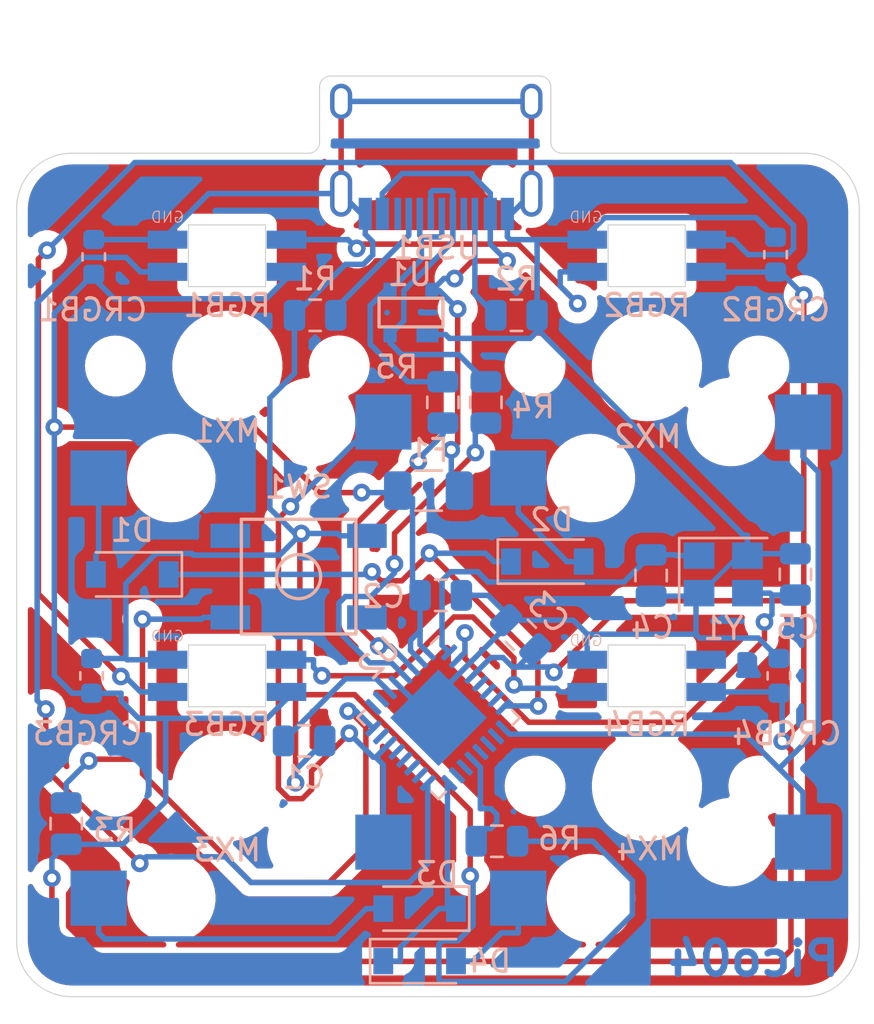
<source format=kicad_pcb>
(kicad_pcb (version 20200518) (host pcbnew "(5.99.0-1822-g1792479ca)")
  (layers (0 "F.Cu" signal) (31 "B.Cu" signal) (34 "B.Paste" user) (35 "F.Paste" user) (36 "B.SilkS" user) (37 "F.SilkS" user) (38 "B.Mask" user) (39 "F.Mask" user) (44 "Edge.Cuts" user))
  (net 0 "")
  (net 1 "GND")
  (net 2 "Net-(C1-Pad1)")
  (net 3 "+5V")
  (net 4 "XTAL1")
  (net 5 "XTAL2")
  (net 6 "Net-(D1-Pad2)")
  (net 7 "ROW0")
  (net 8 "Net-(D2-Pad2)")
  (net 9 "Net-(D3-Pad2)")
  (net 10 "ROW1")
  (net 11 "Net-(D4-Pad2)")
  (net 12 "VCC")
  (net 13 "COL0")
  (net 14 "COL1")
  (net 15 "Net-(R1-Pad2)")
  (net 16 "Net-(R2-Pad2)")
  (net 17 "Net-(R3-Pad2)")
  (net 18 "Net-(R4-Pad2)")
  (net 19 "D+")
  (net 20 "Net-(R5-Pad2)")
  (net 21 "D-")
  (net 22 "Net-(R6-Pad1)")
  (net 23 "Net-(RGB1-Pad2)")
  (net 24 "RGBLED")
  (net 25 "Net-(RGB2-Pad2)")
  (net 26 "Net-(RGB3-Pad2)")
  (net 27 "Net-(U2-Pad26)")
  (net 28 "Net-(U2-Pad23)")
  (net 29 "Net-(U2-Pad21)")
  (net 30 "Net-(U2-Pad20)")
  (net 31 "Net-(U2-Pad19)")
  (net 32 "Net-(U2-Pad18)")
  (net 33 "Net-(U2-Pad15)")
  (net 34 "Net-(U2-Pad14)")
  (net 35 "Net-(U2-Pad12)")
  (net 36 "Net-(U2-Pad11)")
  (net 37 "Net-(U2-Pad10)")
  (net 38 "Net-(U2-Pad7)")
  (net 39 "Net-(U2-Pad6)")
  (net 40 "Net-(U2-Pad5)")
  (net 41 "Net-(USB1-Pad3)")
  (net 42 "Net-(USB1-Pad9)")
  (net 43 "Net-(RGB4-Pad2)")
  (net 44 "Net-(U2-Pad25)")
  (module "Package_DFN_QFN:QFN-32-1EP_5x5mm_P0.5mm_EP3.1x3.1mm" (layer "B.Cu") (at 96.9 73.1 -135)
    (fp_text reference "U2" (at 0 3.82 45) (layer "B.SilkS") (effects (justify mirror)))
    (fp_text value "ATmega16U2-MU")
    (pad "33" smd rect (at 0 0 225) (size 3.1 3.1) (layers "B.Cu" "B.Mask") (net 1 "GND"))
    (pad "32" smd roundrect (at -1.75 2.4375 225) (size 0.25 0.875) (layers "B.Cu" "B.Paste" "B.Mask") (net 3 "+5V"))
    (pad "31" smd roundrect (at -1.25 2.4375 225) (size 0.25 0.875) (layers "B.Cu" "B.Paste" "B.Mask") (net 3 "+5V"))
    (pad "30" smd roundrect (at -0.75 2.4375 225) (size 0.25 0.875) (layers "B.Cu" "B.Paste" "B.Mask") (net 20 "Net-(R5-Pad2)"))
    (pad "29" smd roundrect (at -0.25 2.4375 225) (size 0.25 0.875) (layers "B.Cu" "B.Paste" "B.Mask") (net 18 "Net-(R4-Pad2)"))
    (pad "28" smd roundrect (at 0.25 2.4375 225) (size 0.25 0.875) (layers "B.Cu" "B.Paste" "B.Mask") (net 1 "GND"))
    (pad "27" smd roundrect (at 0.75 2.4375 225) (size 0.25 0.875) (layers "B.Cu" "B.Paste" "B.Mask") (net 2 "Net-(C1-Pad1)"))
    (pad "26" smd roundrect (at 1.25 2.4375 225) (size 0.25 0.875) (layers "B.Cu" "B.Paste" "B.Mask") (net 27 "Net-(U2-Pad26)"))
    (pad "25" smd roundrect (at 1.75 2.4375 225) (size 0.25 0.875) (layers "B.Cu" "B.Paste" "B.Mask") (net 44 "Net-(U2-Pad25)"))
    (pad "24" smd roundrect (at 2.4375 1.75 225) (size 0.875 0.25) (layers "B.Cu" "B.Paste" "B.Mask") (net 17 "Net-(R3-Pad2)"))
    (pad "23" smd roundrect (at 2.4375 1.25 225) (size 0.875 0.25) (layers "B.Cu" "B.Paste" "B.Mask") (net 28 "Net-(U2-Pad23)"))
    (pad "22" smd roundrect (at 2.4375 0.75 225) (size 0.875 0.25) (layers "B.Cu" "B.Paste" "B.Mask") (net 13 "COL0"))
    (pad "21" smd roundrect (at 2.4375 0.25 225) (size 0.875 0.25) (layers "B.Cu" "B.Paste" "B.Mask") (net 29 "Net-(U2-Pad21)"))
    (pad "20" smd roundrect (at 2.4375 -0.25 225) (size 0.875 0.25) (layers "B.Cu" "B.Paste" "B.Mask") (net 30 "Net-(U2-Pad20)"))
    (pad "19" smd roundrect (at 2.4375 -0.75 225) (size 0.875 0.25) (layers "B.Cu" "B.Paste" "B.Mask") (net 31 "Net-(U2-Pad19)"))
    (pad "18" smd roundrect (at 2.4375 -1.25 225) (size 0.875 0.25) (layers "B.Cu" "B.Paste" "B.Mask") (net 32 "Net-(U2-Pad18)"))
    (pad "17" smd roundrect (at 2.4375 -1.75 225) (size 0.875 0.25) (layers "B.Cu" "B.Paste" "B.Mask") (net 24 "RGBLED"))
    (pad "16" smd roundrect (at 1.75 -2.4375 225) (size 0.25 0.875) (layers "B.Cu" "B.Paste" "B.Mask") (net 10 "ROW1"))
    (pad "15" smd roundrect (at 1.25 -2.4375 225) (size 0.25 0.875) (layers "B.Cu" "B.Paste" "B.Mask") (net 33 "Net-(U2-Pad15)"))
    (pad "14" smd roundrect (at 0.75 -2.4375 225) (size 0.25 0.875) (layers "B.Cu" "B.Paste" "B.Mask") (net 34 "Net-(U2-Pad14)"))
    (pad "13" smd roundrect (at 0.25 -2.4375 225) (size 0.25 0.875) (layers "B.Cu" "B.Paste" "B.Mask") (net 22 "Net-(R6-Pad1)"))
    (pad "12" smd roundrect (at -0.25 -2.4375 225) (size 0.25 0.875) (layers "B.Cu" "B.Paste" "B.Mask") (net 35 "Net-(U2-Pad12)"))
    (pad "11" smd roundrect (at -0.75 -2.4375 225) (size 0.25 0.875) (layers "B.Cu" "B.Paste" "B.Mask") (net 36 "Net-(U2-Pad11)"))
    (pad "10" smd roundrect (at -1.25 -2.4375 225) (size 0.25 0.875) (layers "B.Cu" "B.Paste" "B.Mask") (net 37 "Net-(U2-Pad10)"))
    (pad "9" smd roundrect (at -1.75 -2.4375 225) (size 0.25 0.875) (layers "B.Cu" "B.Paste" "B.Mask") (net 14 "COL1"))
    (pad "8" smd roundrect (at -2.4375 -1.75 225) (size 0.875 0.25) (layers "B.Cu" "B.Paste" "B.Mask") (net 7 "ROW0"))
    (pad "7" smd roundrect (at -2.4375 -1.25 225) (size 0.875 0.25) (layers "B.Cu" "B.Paste" "B.Mask") (net 38 "Net-(U2-Pad7)"))
    (pad "6" smd roundrect (at -2.4375 -0.75 225) (size 0.875 0.25) (layers "B.Cu" "B.Paste" "B.Mask") (net 39 "Net-(U2-Pad6)"))
    (pad "5" smd roundrect (at -2.4375 -0.25 225) (size 0.875 0.25) (layers "B.Cu" "B.Paste" "B.Mask") (net 40 "Net-(U2-Pad5)"))
    (pad "4" smd roundrect (at -2.4375 0.25 225) (size 0.875 0.25) (layers "B.Cu" "B.Paste" "B.Mask") (net 3 "+5V"))
    (pad "3" smd roundrect (at -2.4375 0.75 225) (size 0.875 0.25) (layers "B.Cu" "B.Paste" "B.Mask") (net 1 "GND"))
    (pad "2" smd roundrect (at -2.4375 1.25 225) (size 0.875 0.25) (layers "B.Cu" "B.Paste" "B.Mask") (net 5 "XTAL2"))
    (pad "1" smd roundrect (at -2.4375 1.75 225) (size 0.875 0.25) (layers "B.Cu" "B.Paste" "B.Mask") (net 4 "XTAL1"))
  )
  (module "Pico04:Fuse_1206_3216Metric" (layer "B.Cu") (at 96.45 62.8 180)
    (fp_text reference "F1" (at 0 1.82) (layer "B.SilkS") (effects (justify mirror)))
    (fp_text value "500mA")
    (pad "2" smd roundrect (at 1.4 0 180) (size 1.25 1.75) (layers "B.Cu" "B.Paste" "B.Mask") (roundrect_rratio 0.2) (net 3 "+5V"))
    (pad "1" smd roundrect (at -1.4 0 180) (size 1.25 1.75) (layers "B.Cu" "B.Paste" "B.Mask") (roundrect_rratio 0.2) (net 12 "VCC"))
  )
  (module "Pico04:HRO-TYPE-C-31-M-12" (layer "B.Cu") (at 96.8 42.55)
    (fp_text reference "USB1" (at 0 9.25 180) (layer "B.SilkS") (effects (justify mirror)))
    (fp_text value "HRO-TYPE-C-31-M-12")
    (pad "12" smd rect (at 3.225 7.695) (size 0.6 1.45) (layers "B.Cu" "B.Paste" "B.Mask") (net 1 "GND"))
    (pad "1" smd rect (at -3.225 7.695) (size 0.6 1.45) (layers "B.Cu" "B.Paste" "B.Mask") (net 1 "GND"))
    (pad "11" smd rect (at 2.45 7.695) (size 0.6 1.45) (layers "B.Cu" "B.Paste" "B.Mask") (net 12 "VCC"))
    (pad "2" smd rect (at -2.45 7.695) (size 0.6 1.45) (layers "B.Cu" "B.Paste" "B.Mask") (net 12 "VCC"))
    (pad "3" smd rect (at -1.75 7.695) (size 0.3 1.45) (layers "B.Cu" "B.Paste" "B.Mask") (net 41 "Net-(USB1-Pad3)"))
    (pad "10" smd rect (at 1.75 7.695) (size 0.3 1.45) (layers "B.Cu" "B.Paste" "B.Mask") (net 16 "Net-(R2-Pad2)"))
    (pad "4" smd rect (at -1.25 7.695) (size 0.3 1.45) (layers "B.Cu" "B.Paste" "B.Mask") (net 15 "Net-(R1-Pad2)"))
    (pad "9" smd rect (at 1.25 7.695) (size 0.3 1.45) (layers "B.Cu" "B.Paste" "B.Mask") (net 42 "Net-(USB1-Pad9)"))
    (pad "5" smd rect (at -0.75 7.695) (size 0.3 1.45) (layers "B.Cu" "B.Paste" "B.Mask") (net 21 "D-"))
    (pad "8" smd rect (at 0.75 7.695) (size 0.3 1.45) (layers "B.Cu" "B.Paste" "B.Mask") (net 19 "D+"))
    (pad "7" smd rect (at 0.25 7.695) (size 0.3 1.45) (layers "B.Cu" "B.Paste" "B.Mask") (net 21 "D-"))
    (pad "6" smd rect (at -0.25 7.695) (size 0.3 1.45) (layers "B.Cu" "B.Paste" "B.Mask") (net 19 "D+"))
    (pad "" np_thru_hole circle (at 2.89 6.25) (size 0.65 0.65) (drill 0.65) (layers *.Cu *.Mask))
    (pad "" np_thru_hole circle (at -2.89 6.25) (size 0.65 0.65) (drill 0.65) (layers *.Cu *.Mask))
    (pad "13" thru_hole oval (at -4.32 6.78) (size 1 2.1) (drill oval 0.6 1.7) (layers *.Cu "F.Mask") (net 1 "GND"))
    (pad "13" thru_hole oval (at 4.32 6.78) (size 1 2.1) (drill oval 0.6 1.7) (layers *.Cu "F.Mask") (net 1 "GND"))
    (pad "13" thru_hole oval (at -4.32 2.6) (size 1 1.6) (drill oval 0.6 1.2) (layers *.Cu "F.Mask") (net 1 "GND"))
    (pad "13" thru_hole oval (at 4.32 2.6) (size 1 1.6) (drill oval 0.6 1.2) (layers *.Cu "F.Mask") (net 1 "GND"))
  )
  (module "Pico04:MXOnly-1U-Hotswap" (layer "F.Cu") (at 87.3125 76.2 180)
    (fp_text reference "MX3")
    (fp_text value "MX-NoLED")
    (fp_text user "${REFERENCE}" (at 0 -2.9) (layer "B.SilkS") (effects (justify mirror)))
    (pad "2" smd rect (at 5.842 -5.08 180) (size 2.55 2.5) (layers "B.Cu" "B.Paste" "B.Mask") (net 9 "Net-(D3-Pad2)"))
    (pad "1" smd rect (at -7.085 -2.54 180) (size 2.55 2.5) (layers "B.Cu" "B.Paste" "B.Mask") (net 13 "COL0"))
    (pad "" np_thru_hole circle (at 5.08 0 228.0996) (size 1.75 1.75) (drill 1.75) (layers *.Cu *.Mask))
    (pad "" np_thru_hole circle (at -5.08 0 228.0996) (size 1.75 1.75) (drill 1.75) (layers *.Cu *.Mask))
    (pad "" np_thru_hole circle (at -3.81 -2.54 180) (size 3 3) (drill 3) (layers *.Cu *.Mask))
    (pad "" np_thru_hole circle (at 0 0 180) (size 3.9878 3.9878) (drill 3.9878) (layers *.Cu *.Mask))
    (pad "" np_thru_hole circle (at 2.54 -5.08 180) (size 3 3) (drill 3) (layers *.Cu *.Mask))
  )
  (module "Pico04:MXOnly-1U-Hotswap" (layer "F.Cu") (at 106.362 57.15 180)
    (fp_text reference "MX2")
    (fp_text value "MX-NoLED")
    (fp_text user "${REFERENCE}" (at -0.0375 -3.2) (layer "B.SilkS") (effects (justify mirror)))
    (pad "2" smd rect (at 5.842 -5.08 180) (size 2.55 2.5) (layers "B.Cu" "B.Paste" "B.Mask") (net 8 "Net-(D2-Pad2)"))
    (pad "1" smd rect (at -7.085 -2.54 180) (size 2.55 2.5) (layers "B.Cu" "B.Paste" "B.Mask") (net 14 "COL1"))
    (pad "" np_thru_hole circle (at 5.08 0 228.0996) (size 1.75 1.75) (drill 1.75) (layers *.Cu *.Mask))
    (pad "" np_thru_hole circle (at -5.08 0 228.0996) (size 1.75 1.75) (drill 1.75) (layers *.Cu *.Mask))
    (pad "" np_thru_hole circle (at -3.81 -2.54 180) (size 3 3) (drill 3) (layers *.Cu *.Mask))
    (pad "" np_thru_hole circle (at 0 0 180) (size 3.9878 3.9878) (drill 3.9878) (layers *.Cu *.Mask))
    (pad "" np_thru_hole circle (at 2.54 -5.08 180) (size 3 3) (drill 3) (layers *.Cu *.Mask))
  )
  (module "Capacitor_SMD:C_0603_1608Metric" (layer "B.Cu") (at 81.15 71.2 90)
    (fp_text reference "CRGB3" (at -2.61875 -0.1875 180) (layer "B.SilkS") (effects (justify mirror)))
    (fp_text value "0.1uF")
    (pad "2" smd roundrect (at 0.7875 0 90) (size 0.875 0.95) (layers "B.Cu" "B.Paste" "B.Mask") (net 1 "GND"))
    (pad "1" smd roundrect (at -0.7875 0 90) (size 0.875 0.95) (layers "B.Cu" "B.Paste" "B.Mask") (net 3 "+5V"))
  )
  (module "Pico04:MXOnly-1U-Hotswap" (layer "F.Cu") (at 106.362 76.2 180)
    (fp_text reference "MX4")
    (fp_text value "MX-NoLED")
    (fp_text user "${REFERENCE}" (at -0.1375 -2.85) (layer "B.SilkS") (effects (justify mirror)))
    (pad "2" smd rect (at 5.842 -5.08 180) (size 2.55 2.5) (layers "B.Cu" "B.Paste" "B.Mask") (net 11 "Net-(D4-Pad2)"))
    (pad "1" smd rect (at -7.085 -2.54 180) (size 2.55 2.5) (layers "B.Cu" "B.Paste" "B.Mask") (net 14 "COL1"))
    (pad "" np_thru_hole circle (at 5.08 0 228.0996) (size 1.75 1.75) (drill 1.75) (layers *.Cu *.Mask))
    (pad "" np_thru_hole circle (at -5.08 0 228.0996) (size 1.75 1.75) (drill 1.75) (layers *.Cu *.Mask))
    (pad "" np_thru_hole circle (at -3.81 -2.54 180) (size 3 3) (drill 3) (layers *.Cu *.Mask))
    (pad "" np_thru_hole circle (at 0 0 180) (size 3.9878 3.9878) (drill 3.9878) (layers *.Cu *.Mask))
    (pad "" np_thru_hole circle (at 2.54 -5.08 180) (size 3 3) (drill 3) (layers *.Cu *.Mask))
  )
  (module "Pico04:WS2812B-3528" (layer "B.Cu") (at 106.35 52.15)
    (fp_text reference "RGB2" (at 0 2.25 unlocked) (layer "B.SilkS") (effects (justify mirror)))
    (fp_text value "WS2812B")
    (fp_text user "GND" (at -2.75 -1.75 unlocked) (layer "B.SilkS") (effects (font (size 0.5 0.5) (thickness 0.05)) (justify mirror)))
    (pad "1" smd rect (at 2.7 0.73) (size 1.8 0.82) (layers "B.Cu" "B.Paste" "B.Mask") (net 3 "+5V"))
    (pad "2" smd rect (at 2.7 -0.73) (size 1.8 0.82) (layers "B.Cu" "B.Paste" "B.Mask") (net 25 "Net-(RGB2-Pad2)"))
    (pad "3" smd rect (at -2.7 -0.73) (size 1.8 0.82) (layers "B.Cu" "B.Paste" "B.Mask") (net 1 "GND"))
    (pad "4" smd rect (at -2.7 0.73) (size 1.8 0.82) (layers "B.Cu" "B.Paste" "B.Mask") (net 23 "Net-(RGB1-Pad2)"))
  )
  (module "Pico04:WS2812B-3528" (layer "B.Cu") (at 87.3 52.15)
    (fp_text reference "RGB1" (at 0 2.25 unlocked) (layer "B.SilkS") (effects (justify mirror)))
    (fp_text value "WS2812B")
    (fp_text user "GND" (at -2.7 -1.75 unlocked) (layer "B.SilkS") (effects (font (size 0.5 0.5) (thickness 0.05)) (justify mirror)))
    (pad "1" smd rect (at 2.7 0.73) (size 1.8 0.82) (layers "B.Cu" "B.Paste" "B.Mask") (net 3 "+5V"))
    (pad "2" smd rect (at 2.7 -0.73) (size 1.8 0.82) (layers "B.Cu" "B.Paste" "B.Mask") (net 23 "Net-(RGB1-Pad2)"))
    (pad "3" smd rect (at -2.7 -0.73) (size 1.8 0.82) (layers "B.Cu" "B.Paste" "B.Mask") (net 1 "GND"))
    (pad "4" smd rect (at -2.7 0.73) (size 1.8 0.82) (layers "B.Cu" "B.Paste" "B.Mask") (net 24 "RGBLED"))
  )
  (module "Pico04:WS2812B-3528" (layer "B.Cu") (at 106.35 71.2)
    (fp_text reference "RGB4" (at 0 2.2 unlocked) (layer "B.SilkS") (effects (justify mirror)))
    (fp_text value "WS2812B")
    (fp_text user "GND" (at -2.75 -1.6 unlocked) (layer "B.SilkS") (effects (font (size 0.5 0.5) (thickness 0.05)) (justify mirror)))
    (pad "1" smd rect (at 2.7 0.73) (size 1.8 0.82) (layers "B.Cu" "B.Paste" "B.Mask") (net 3 "+5V"))
    (pad "2" smd rect (at 2.7 -0.73) (size 1.8 0.82) (layers "B.Cu" "B.Paste" "B.Mask") (net 43 "Net-(RGB4-Pad2)"))
    (pad "3" smd rect (at -2.7 -0.73) (size 1.8 0.82) (layers "B.Cu" "B.Paste" "B.Mask") (net 1 "GND"))
    (pad "4" smd rect (at -2.7 0.73) (size 1.8 0.82) (layers "B.Cu" "B.Paste" "B.Mask") (net 26 "Net-(RGB3-Pad2)"))
  )
  (module "Pico04:WS2812B-3528" (layer "B.Cu") (at 87.3 71.2)
    (fp_text reference "RGB3" (at 0 2.2 unlocked) (layer "B.SilkS") (effects (justify mirror)))
    (fp_text value "WS2812B")
    (fp_text user "GND" (at -2.7 -1.8 unlocked) (layer "B.SilkS") (effects (font (size 0.5 0.5) (thickness 0.05)) (justify mirror)))
    (pad "1" smd rect (at 2.7 0.73) (size 1.8 0.82) (layers "B.Cu" "B.Paste" "B.Mask") (net 3 "+5V"))
    (pad "2" smd rect (at 2.7 -0.73) (size 1.8 0.82) (layers "B.Cu" "B.Paste" "B.Mask") (net 26 "Net-(RGB3-Pad2)"))
    (pad "3" smd rect (at -2.7 -0.73) (size 1.8 0.82) (layers "B.Cu" "B.Paste" "B.Mask") (net 1 "GND"))
    (pad "4" smd rect (at -2.7 0.73) (size 1.8 0.82) (layers "B.Cu" "B.Paste" "B.Mask") (net 25 "Net-(RGB2-Pad2)"))
  )
  (module "Crystal:Crystal_SMD_3225-4Pin_3.2x2.5mm" (layer "B.Cu") (at 109.825 66.6)
    (fp_text reference "Y1" (at 0 2.45) (layer "B.SilkS") (effects (justify mirror)))
    (fp_text value "16MHz")
    (pad "4" smd rect (at -1.1 0.85) (size 1.4 1.2) (layers "B.Cu" "B.Paste" "B.Mask") (net 1 "GND"))
    (pad "3" smd rect (at 1.1 0.85) (size 1.4 1.2) (layers "B.Cu" "B.Paste" "B.Mask") (net 5 "XTAL2"))
    (pad "2" smd rect (at 1.1 -0.85) (size 1.4 1.2) (layers "B.Cu" "B.Paste" "B.Mask") (net 1 "GND"))
    (pad "1" smd rect (at -1.1 -0.85) (size 1.4 1.2) (layers "B.Cu" "B.Paste" "B.Mask") (net 4 "XTAL1"))
  )
  (module "random-keyboard-parts.pretty:SOT143B" (layer "B.Cu") (at 95.65 54.725 90)
    (fp_text reference "U1" (at 1.725 -0.05 180) (layer "B.SilkS") (effects (justify mirror)))
    (fp_text value "PRTR5V0U2X")
    (pad "1" smd rect (at -1 0.75 180) (size 1 0.7) (layers "B.Cu" "B.Paste" "B.Mask") (net 1 "GND"))
    (pad "4" smd rect (at 1 0.95 180) (size 0.6 0.7) (layers "B.Cu" "B.Paste" "B.Mask") (net 12 "VCC"))
    (pad "2" smd rect (at -1 -0.95 180) (size 0.6 0.7) (layers "B.Cu" "B.Paste" "B.Mask") (net 19 "D+"))
    (pad "3" smd rect (at 1 -0.95 180) (size 0.6 0.7) (layers "B.Cu" "B.Paste" "B.Mask") (net 21 "D-"))
  )
  (module "random-keyboard-parts.pretty:SKQGADE010" (layer "B.Cu") (at 90.55 66.7)
    (fp_text reference "SW1" (at 0 -4.064) (layer "B.SilkS") (effects (justify mirror)))
    (fp_text value "SW_Push")
    (pad "4" smd rect (at -3.1 -1.85) (size 1.8 1.1) (layers "B.Cu" "B.Paste" "B.Mask"))
    (pad "3" smd rect (at 3.1 1.85) (size 1.8 1.1) (layers "B.Cu" "B.Paste" "B.Mask"))
    (pad "2" smd rect (at -3.1 1.85) (size 1.8 1.1) (layers "B.Cu" "B.Paste" "B.Mask") (net 17 "Net-(R3-Pad2)"))
    (pad "1" smd rect (at 3.1 -1.85) (size 1.8 1.1) (layers "B.Cu" "B.Paste" "B.Mask") (net 1 "GND"))
  )
  (module "Resistor_SMD:R_0805_2012Metric" (layer "B.Cu") (at 99.55 78.7)
    (fp_text reference "R6" (at 2.84375 -0.11875) (layer "B.SilkS") (effects (justify mirror)))
    (fp_text value "10k")
    (pad "2" smd roundrect (at 0.9375 0) (size 0.975 1.4) (layers "B.Cu" "B.Paste" "B.Mask") (net 1 "GND"))
    (pad "1" smd roundrect (at -0.9375 0) (size 0.975 1.4) (layers "B.Cu" "B.Paste" "B.Mask") (net 22 "Net-(R6-Pad1)"))
  )
  (module "Resistor_SMD:R_0805_2012Metric" (layer "B.Cu") (at 97.1 58.8 -90)
    (fp_text reference "R5" (at -1.6 2.1 180) (layer "B.SilkS") (effects (justify mirror)))
    (fp_text value "22")
    (pad "2" smd roundrect (at 0.9375 0 270) (size 0.975 1.4) (layers "B.Cu" "B.Paste" "B.Mask") (net 20 "Net-(R5-Pad2)"))
    (pad "1" smd roundrect (at -0.9375 0 270) (size 0.975 1.4) (layers "B.Cu" "B.Paste" "B.Mask") (net 21 "D-"))
  )
  (module "Resistor_SMD:R_0805_2012Metric" (layer "B.Cu") (at 99.05 58.8 -90)
    (fp_text reference "R4" (at 0.2 -2.15 180) (layer "B.SilkS") (effects (justify mirror)))
    (fp_text value "22")
    (pad "2" smd roundrect (at 0.9375 0 270) (size 0.975 1.4) (layers "B.Cu" "B.Paste" "B.Mask") (net 18 "Net-(R4-Pad2)"))
    (pad "1" smd roundrect (at -0.9375 0 270) (size 0.975 1.4) (layers "B.Cu" "B.Paste" "B.Mask") (net 19 "D+"))
  )
  (module "Resistor_SMD:R_0805_2012Metric" (layer "B.Cu") (at 80 77.9 90)
    (fp_text reference "R3" (at -0.3 2.2 180) (layer "B.SilkS") (effects (justify mirror)))
    (fp_text value "10k")
    (pad "2" smd roundrect (at 0.9375 0 90) (size 0.975 1.4) (layers "B.Cu" "B.Paste" "B.Mask") (net 17 "Net-(R3-Pad2)"))
    (pad "1" smd roundrect (at -0.9375 0 90) (size 0.975 1.4) (layers "B.Cu" "B.Paste" "B.Mask") (net 3 "+5V"))
  )
  (module "Resistor_SMD:R_0805_2012Metric" (layer "B.Cu") (at 100.438 54.85 180)
    (fp_text reference "R2" (at 0 1.65) (layer "B.SilkS") (effects (justify mirror)))
    (fp_text value "51k")
    (pad "2" smd roundrect (at 0.9375 0 180) (size 0.975 1.4) (layers "B.Cu" "B.Paste" "B.Mask") (net 16 "Net-(R2-Pad2)"))
    (pad "1" smd roundrect (at -0.9375 0 180) (size 0.975 1.4) (layers "B.Cu" "B.Paste" "B.Mask") (net 1 "GND"))
  )
  (module "Resistor_SMD:R_0805_2012Metric" (layer "B.Cu") (at 91.3 54.85)
    (fp_text reference "R1" (at 0 -1.65) (layer "B.SilkS") (effects (justify mirror)))
    (fp_text value "51k")
    (pad "2" smd roundrect (at 0.9375 0) (size 0.975 1.4) (layers "B.Cu" "B.Paste" "B.Mask") (net 15 "Net-(R1-Pad2)"))
    (pad "1" smd roundrect (at -0.9375 0) (size 0.975 1.4) (layers "B.Cu" "B.Paste" "B.Mask") (net 1 "GND"))
  )
  (module "Pico04:MXOnly-1U-Hotswap" (layer "F.Cu") (at 87.3125 57.15 180)
    (fp_text reference "MX1")
    (fp_text value "MX-NoLED")
    (fp_text user "${REFERENCE}" (at 0.0125 -2.95) (layer "B.SilkS") (effects (justify mirror)))
    (pad "2" smd rect (at 5.842 -5.08 180) (size 2.55 2.5) (layers "B.Cu" "B.Paste" "B.Mask") (net 6 "Net-(D1-Pad2)"))
    (pad "1" smd rect (at -7.085 -2.54 180) (size 2.55 2.5) (layers "B.Cu" "B.Paste" "B.Mask") (net 13 "COL0"))
    (pad "" np_thru_hole circle (at 5.08 0 228.0996) (size 1.75 1.75) (drill 1.75) (layers *.Cu *.Mask))
    (pad "" np_thru_hole circle (at -5.08 0 228.0996) (size 1.75 1.75) (drill 1.75) (layers *.Cu *.Mask))
    (pad "" np_thru_hole circle (at -3.81 -2.54 180) (size 3 3) (drill 3) (layers *.Cu *.Mask))
    (pad "" np_thru_hole circle (at 0 0 180) (size 3.9878 3.9878) (drill 3.9878) (layers *.Cu *.Mask))
    (pad "" np_thru_hole circle (at 2.54 -5.08 180) (size 3 3) (drill 3) (layers *.Cu *.Mask))
  )
  (module "Diode_SMD:D_SOD-123" (layer "B.Cu") (at 101.84 66.02)
    (fp_text reference "D2" (at 0.2 -1.9) (layer "B.SilkS") (effects (justify mirror)))
    (fp_text value "SOD-123")
    (pad "2" smd rect (at 1.65 0) (size 0.9 1.2) (layers "B.Cu" "B.Paste" "B.Mask") (net 8 "Net-(D2-Pad2)"))
    (pad "1" smd rect (at -1.65 0) (size 0.9 1.2) (layers "B.Cu" "B.Paste" "B.Mask") (net 7 "ROW0"))
  )
  (module "Diode_SMD:D_SOD-123" (layer "B.Cu") (at 83 66.6 180)
    (fp_text reference "D1" (at 0 2) (layer "B.SilkS") (effects (justify mirror)))
    (fp_text value "SOD-123")
    (pad "2" smd rect (at 1.65 0 180) (size 0.9 1.2) (layers "B.Cu" "B.Paste" "B.Mask") (net 6 "Net-(D1-Pad2)"))
    (pad "1" smd rect (at -1.65 0 180) (size 0.9 1.2) (layers "B.Cu" "B.Paste" "B.Mask") (net 7 "ROW0"))
  )
  (module "Diode_SMD:D_SOD-123" (layer "B.Cu") (at 96.0438 84.1375)
    (fp_text reference "D4" (at 3.175 0) (layer "B.SilkS") (effects (justify mirror)))
    (fp_text value "SOD-123")
    (pad "2" smd rect (at 1.65 0) (size 0.9 1.2) (layers "B.Cu" "B.Paste" "B.Mask") (net 11 "Net-(D4-Pad2)"))
    (pad "1" smd rect (at -1.65 0) (size 0.9 1.2) (layers "B.Cu" "B.Paste" "B.Mask") (net 10 "ROW1"))
  )
  (module "Diode_SMD:D_SOD-123" (layer "B.Cu") (at 96.0438 81.7562 180)
    (fp_text reference "D3" (at -0.79375 1.5875) (layer "B.SilkS") (effects (justify mirror)))
    (fp_text value "SOD-123")
    (pad "2" smd rect (at 1.65 0 180) (size 0.9 1.2) (layers "B.Cu" "B.Paste" "B.Mask") (net 9 "Net-(D3-Pad2)"))
    (pad "1" smd rect (at -1.65 0 180) (size 0.9 1.2) (layers "B.Cu" "B.Paste" "B.Mask") (net 10 "ROW1"))
  )
  (module "Capacitor_SMD:C_0603_1608Metric" (layer "B.Cu") (at 112.35 71.2 90)
    (fp_text reference "CRGB4" (at -2.61875 0.3625 180) (layer "B.SilkS") (effects (justify mirror)))
    (fp_text value "0.1uF")
    (pad "2" smd roundrect (at 0.7875 0 90) (size 0.875 0.95) (layers "B.Cu" "B.Paste" "B.Mask") (net 1 "GND"))
    (pad "1" smd roundrect (at -0.7875 0 90) (size 0.875 0.95) (layers "B.Cu" "B.Paste" "B.Mask") (net 3 "+5V"))
  )
  (module "Capacitor_SMD:C_0603_1608Metric" (layer "B.Cu") (at 81.25 52.2 90)
    (fp_text reference "CRGB1" (at -2.4 -0.05 180) (layer "B.SilkS") (effects (justify mirror)))
    (fp_text value "0.1uF")
    (pad "2" smd roundrect (at 0.7875 0 90) (size 0.875 0.95) (layers "B.Cu" "B.Paste" "B.Mask") (net 1 "GND"))
    (pad "1" smd roundrect (at -0.7875 0 90) (size 0.875 0.95) (layers "B.Cu" "B.Paste" "B.Mask") (net 3 "+5V"))
  )
  (module "Capacitor_SMD:C_0603_1608Metric" (layer "B.Cu") (at 112.2 52.1 90)
    (fp_text reference "CRGB2" (at -2.5 0 180) (layer "B.SilkS") (effects (justify mirror)))
    (fp_text value "0.1uF")
    (pad "2" smd roundrect (at 0.7875 0 90) (size 0.875 0.95) (layers "B.Cu" "B.Paste" "B.Mask") (net 1 "GND"))
    (pad "1" smd roundrect (at -0.7875 0 90) (size 0.875 0.95) (layers "B.Cu" "B.Paste" "B.Mask") (net 3 "+5V"))
  )
  (module "Capacitor_SMD:C_0805_2012Metric" (layer "B.Cu") (at 113.1 66.6 -90)
    (fp_text reference "C5" (at 2.4 -0.1 180) (layer "B.SilkS") (effects (justify mirror)))
    (fp_text value "22pF")
    (pad "2" smd roundrect (at 0.9375 0 270) (size 0.975 1.4) (layers "B.Cu" "B.Paste" "B.Mask") (net 5 "XTAL2"))
    (pad "1" smd roundrect (at -0.9375 0 270) (size 0.975 1.4) (layers "B.Cu" "B.Paste" "B.Mask") (net 1 "GND"))
  )
  (module "Capacitor_SMD:C_0805_2012Metric" (layer "B.Cu") (at 106.55 66.65 -90)
    (fp_text reference "C4" (at 2.35 -0.05 180) (layer "B.SilkS") (effects (justify mirror)))
    (fp_text value "22pF")
    (pad "2" smd roundrect (at 0.9375 0 270) (size 0.975 1.4) (layers "B.Cu" "B.Paste" "B.Mask") (net 1 "GND"))
    (pad "1" smd roundrect (at -0.9375 0 270) (size 0.975 1.4) (layers "B.Cu" "B.Paste" "B.Mask") (net 4 "XTAL1"))
  )
  (module "Capacitor_SMD:C_0805_2012Metric" (layer "B.Cu") (at 100.637 69.3371 135)
    (fp_text reference "C3" (at -0.176777 1.59099 135) (layer "B.SilkS") (effects (justify mirror)))
    (fp_text value "0.1uF")
    (pad "2" smd roundrect (at 0.9375 0 135) (size 0.975 1.4) (layers "B.Cu" "B.Paste" "B.Mask") (net 1 "GND"))
    (pad "1" smd roundrect (at -0.9375 0 135) (size 0.975 1.4) (layers "B.Cu" "B.Paste" "B.Mask") (net 3 "+5V"))
  )
  (module "Capacitor_SMD:C_0805_2012Metric" (layer "B.Cu") (at 97 67.55)
    (fp_text reference "C2" (at -2.6 0.05) (layer "B.SilkS") (effects (justify mirror)))
    (fp_text value "10uF")
    (pad "2" smd roundrect (at 0.9375 0) (size 0.975 1.4) (layers "B.Cu" "B.Paste" "B.Mask") (net 1 "GND"))
    (pad "1" smd roundrect (at -0.9375 0) (size 0.975 1.4) (layers "B.Cu" "B.Paste" "B.Mask") (net 3 "+5V"))
  )
  (module "Capacitor_SMD:C_0805_2012Metric" (layer "B.Cu") (at 90.8 74.15)
    (fp_text reference "C1" (at 0 1.65) (layer "B.SilkS") (effects (justify mirror)))
    (fp_text value "1pf")
    (pad "2" smd roundrect (at 0.9375 0) (size 0.975 1.4) (layers "B.Cu" "B.Paste" "B.Mask") (net 1 "GND"))
    (pad "1" smd roundrect (at -0.9375 0) (size 0.975 1.4) (layers "B.Cu" "B.Paste" "B.Mask") (net 2 "Net-(C1-Pad1)"))
  )
  (gr_text "Pico04" (at 111.2 84.03) (layer "B.Cu") (effects (font (size 1.5 1.5) (thickness 0.3)) (justify mirror)))
  (gr_line (start 85.55 72.6) (end 85.55 69.8) (layer "Edge.Cuts") (width 0.05))
  (gr_line (start 89.05 72.6) (end 85.55 72.6) (layer "Edge.Cuts") (width 0.05))
  (gr_line (start 89.05 69.8) (end 89.05 72.6) (layer "Edge.Cuts") (width 0.05))
  (gr_line (start 85.55 69.8) (end 89.05 69.8) (layer "Edge.Cuts") (width 0.05))
  (gr_line (start 104.6 69.8) (end 104.6 72.6) (layer "Edge.Cuts") (width 0.05))
  (gr_line (start 108.1 72.6) (end 104.6 72.6) (layer "Edge.Cuts") (width 0.05))
  (gr_line (start 108.1 69.8) (end 108.1 72.6) (layer "Edge.Cuts") (width 0.05))
  (gr_line (start 104.6 69.8) (end 108.1 69.8) (layer "Edge.Cuts") (width 0.05))
  (gr_line (start 104.6 53.55) (end 104.6 50.75) (layer "Edge.Cuts") (width 0.05))
  (gr_line (start 108.1 53.55) (end 104.6 53.55) (layer "Edge.Cuts") (width 0.05))
  (gr_line (start 108.1 50.75) (end 108.1 53.55) (layer "Edge.Cuts") (width 0.05))
  (gr_line (start 104.6 50.75) (end 108.1 50.75) (layer "Edge.Cuts") (width 0.05))
  (gr_line (start 85.55 53.55) (end 85.55 50.75) (layer "Edge.Cuts") (width 0.05))
  (gr_line (start 89.05 53.55) (end 85.55 53.55) (layer "Edge.Cuts") (width 0.05))
  (gr_line (start 89.05 50.75) (end 89.05 53.55) (layer "Edge.Cuts") (width 0.05))
  (gr_line (start 85.55 50.75) (end 89.05 50.75) (layer "Edge.Cuts") (width 0.05))
  (gr_line (start 102.5 47.5) (end 113.5 47.5) (layer "Edge.Cuts") (width 0.05))
  (gr_line (start 102 44.5) (end 102 47) (layer "Edge.Cuts") (width 0.05))
  (gr_line (start 92 44) (end 101.5 44) (layer "Edge.Cuts") (width 0.05))
  (gr_line (start 91.5 47) (end 91.5 44.5) (layer "Edge.Cuts") (width 0.05))
  (gr_line (start 80.25 47.5) (end 91 47.5) (layer "Edge.Cuts") (width 0.05))
  (gr_arc (start 102.5 47) (end 102 47) (angle -90) (layer "Edge.Cuts") (width 0.05))
  (gr_arc (start 91 47) (end 91 47.5) (angle -90) (layer "Edge.Cuts") (width 0.05))
  (gr_arc (start 92 44.5) (end 92 44) (angle -90) (layer "Edge.Cuts") (width 0.05))
  (gr_arc (start 101.5 44.5) (end 102 44.5) (angle -90) (layer "Edge.Cuts") (width 0.05))
  (gr_line (start 116 83.25) (end 116 50) (layer "Edge.Cuts") (width 0.05))
  (gr_line (start 80.25 85.75) (end 113.5 85.75) (layer "Edge.Cuts") (width 0.05))
  (gr_line (start 77.75 50) (end 77.75 83.25) (layer "Edge.Cuts") (width 0.05))
  (gr_arc (start 80.25 83.25) (end 77.75 83.25) (angle -90) (layer "Edge.Cuts") (width 0.05))
  (gr_arc (start 80.25 50) (end 80.25 47.5) (angle -90) (layer "Edge.Cuts") (width 0.05))
  (gr_arc (start 113.5 83.25) (end 113.5 85.75) (angle -90) (layer "Edge.Cuts") (width 0.05))
  (gr_arc (start 113.5 50) (end 116 50) (angle -90) (layer "Edge.Cuts") (width 0.05))
  (segment (start 94.7608 70.6073) (end 94.760853 70.6073) (width 0.25) (layer "B.Cu") (net 18))
  (segment (start 94.760853 70.6073) (end 95.353204 71.199651) (width 0.25) (layer "B.Cu") (net 18))
  (segment (start 96.9 73.1) (end 96.546447 73.1) (width 0.25) (layer "B.Cu") (net 1))
  (segment (start 96.546447 73.1) (end 94.999651 71.553204) (width 0.25) (layer "B.Cu") (net 1))
  (via (at 91.607 71.1942) (size 0.8) (layers "F.Cu" "B.Cu") (net 26))
  (via (at 100.3211 71.605) (size 0.8) (layers "F.Cu" "B.Cu") (net 26))
  (segment (start 91.2253 70.8125) (end 91.607 71.1942) (width 0.25) (layer "B.Cu") (net 26))
  (segment (start 91.2253 70.47) (end 91.2253 70.8125) (width 0.25) (layer "B.Cu") (net 26))
  (segment (start 100.3211 70.3949) (end 100.3211 71.605) (width 0.25) (layer "F.Cu") (net 26))
  (segment (start 98.4586 68.5324) (end 100.3211 70.3949) (width 0.25) (layer "F.Cu") (net 26))
  (segment (start 97.5984 68.5324) (end 98.4586 68.5324) (width 0.25) (layer "F.Cu") (net 26))
  (segment (start 94.9366 71.1942) (end 97.5984 68.5324) (width 0.25) (layer "F.Cu") (net 26))
  (segment (start 91.607 71.1942) (end 94.9366 71.1942) (width 0.25) (layer "F.Cu") (net 26))
  (segment (start 103.65 71.93) (end 102.4247 71.93) (width 0.25) (layer "B.Cu") (net 26))
  (segment (start 90 70.47) (end 91.2253 70.47) (width 0.25) (layer "B.Cu") (net 26))
  (segment (start 102.2576 71.7629) (end 102.4247 71.93) (width 0.25) (layer "B.Cu") (net 26))
  (segment (start 100.479 71.7629) (end 102.2576 71.7629) (width 0.25) (layer "B.Cu") (net 26))
  (segment (start 100.3211 71.605) (end 100.479 71.7629) (width 0.25) (layer "B.Cu") (net 26))
  (via (at 79.1316 51.9011) (size 0.8) (layers "F.Cu" "B.Cu") (net 25))
  (via (at 82.4812 71.2288) (size 0.8) (layers "F.Cu" "B.Cu") (net 25))
  (segment (start 83.1121 47.9206) (end 79.1316 51.9011) (width 0.25) (layer "B.Cu") (net 25))
  (segment (start 110.1556 47.9206) (end 83.1121 47.9206) (width 0.25) (layer "B.Cu") (net 25))
  (segment (start 113.013 50.778) (end 110.1556 47.9206) (width 0.25) (layer "B.Cu") (net 25))
  (segment (start 113.013 51.8139) (end 113.013 50.778) (width 0.25) (layer "B.Cu") (net 25))
  (segment (start 112.7269 52.1) (end 113.013 51.8139) (width 0.25) (layer "B.Cu") (net 25))
  (segment (start 110.9553 52.1) (end 112.7269 52.1) (width 0.25) (layer "B.Cu") (net 25))
  (segment (start 110.2753 51.42) (end 110.9553 52.1) (width 0.25) (layer "B.Cu") (net 25))
  (segment (start 78.7346 67.4822) (end 82.4812 71.2288) (width 0.25) (layer "F.Cu") (net 25))
  (segment (start 78.7346 52.2981) (end 78.7346 67.4822) (width 0.25) (layer "F.Cu") (net 25))
  (segment (start 79.1316 51.9011) (end 78.7346 52.2981) (width 0.25) (layer "F.Cu") (net 25))
  (segment (start 82.6735 71.2288) (end 83.3747 71.93) (width 0.25) (layer "B.Cu") (net 25))
  (segment (start 82.4812 71.2288) (end 82.6735 71.2288) (width 0.25) (layer "B.Cu") (net 25))
  (segment (start 84.6 71.93) (end 83.3747 71.93) (width 0.25) (layer "B.Cu") (net 25))
  (segment (start 109.05 51.42) (end 110.2753 51.42) (width 0.25) (layer "B.Cu") (net 25))
  (via (at 79.0719 72.7081) (size 0.8) (layers "F.Cu" "B.Cu") (net 24))
  (via (at 83.3385 79.7008) (size 0.8) (layers "F.Cu" "B.Cu") (net 24))
  (segment (start 78.6809 72.3171) (end 79.0719 72.7081) (width 0.25) (layer "B.Cu") (net 24))
  (segment (start 78.6809 54.2867) (end 78.6809 72.3171) (width 0.25) (layer "B.Cu") (net 24))
  (segment (start 80.7438 52.2238) (end 78.6809 54.2867) (width 0.25) (layer "B.Cu") (net 24))
  (segment (start 82.7185 52.2238) (end 80.7438 52.2238) (width 0.25) (layer "B.Cu") (net 24))
  (segment (start 83.3747 52.88) (end 82.7185 52.2238) (width 0.25) (layer "B.Cu") (net 24))
  (segment (start 79.0719 75.4342) (end 83.3385 79.7008) (width 0.25) (layer "F.Cu") (net 24))
  (segment (start 79.0719 72.7081) (end 79.0719 75.4342) (width 0.25) (layer "F.Cu") (net 24))
  (segment (start 96.4139 79.7274) (end 96.4139 76.061) (width 0.25) (layer "B.Cu") (net 24))
  (segment (start 95.5683 80.573) (end 96.4139 79.7274) (width 0.25) (layer "B.Cu") (net 24))
  (segment (start 88.3891 80.573) (end 95.5683 80.573) (width 0.25) (layer "B.Cu") (net 24))
  (segment (start 87.2215 79.4054) (end 88.3891 80.573) (width 0.25) (layer "B.Cu") (net 24))
  (segment (start 83.6339 79.4054) (end 87.2215 79.4054) (width 0.25) (layer "B.Cu") (net 24))
  (segment (start 83.3385 79.7008) (end 83.6339 79.4054) (width 0.25) (layer "B.Cu") (net 24))
  (segment (start 84.6 52.88) (end 83.3747 52.88) (width 0.25) (layer "B.Cu") (net 24))
  (via (at 93.1875 51.8146) (size 0.8) (layers "F.Cu" "B.Cu") (net 23))
  (via (at 103.2145 54.3152) (size 0.8) (layers "F.Cu" "B.Cu") (net 23))
  (segment (start 92.7929 51.42) (end 93.1875 51.8146) (width 0.25) (layer "B.Cu") (net 23))
  (segment (start 90 51.42) (end 92.7929 51.42) (width 0.25) (layer "B.Cu") (net 23))
  (segment (start 100.5217 51.6224) (end 103.2145 54.3152) (width 0.25) (layer "F.Cu") (net 23))
  (segment (start 93.3797 51.6224) (end 100.5217 51.6224) (width 0.25) (layer "F.Cu") (net 23))
  (segment (start 93.1875 51.8146) (end 93.3797 51.6224) (width 0.25) (layer "F.Cu") (net 23))
  (segment (start 102.4247 53.5254) (end 102.4247 52.88) (width 0.25) (layer "B.Cu") (net 23))
  (segment (start 103.2145 54.3152) (end 102.4247 53.5254) (width 0.25) (layer "B.Cu") (net 23))
  (segment (start 103.65 52.88) (end 102.4247 52.88) (width 0.25) (layer "B.Cu") (net 23))
  (segment (start 98.7994 75.3529) (end 98.4468 75.0003) (width 0.25) (layer "B.Cu") (net 22))
  (segment (start 98.7994 77.2235) (end 98.7994 75.3529) (width 0.25) (layer "B.Cu") (net 22))
  (segment (start 99.2791 77.2235) (end 98.7994 77.2235) (width 0.25) (layer "B.Cu") (net 22))
  (segment (start 99.5428 77.4872) (end 99.2791 77.2235) (width 0.25) (layer "B.Cu") (net 22))
  (segment (start 99.5428 77.8604) (end 99.5428 77.4872) (width 0.25) (layer "B.Cu") (net 22))
  (segment (start 99.2791 78.1241) (end 99.5428 77.8604) (width 0.25) (layer "B.Cu") (net 22))
  (segment (start 98.7994 78.1241) (end 99.2791 78.1241) (width 0.25) (layer "B.Cu") (net 22))
  (segment (start 98.7994 78.5131) (end 98.7994 78.1241) (width 0.25) (layer "B.Cu") (net 22))
  (segment (start 98.6125 78.7) (end 98.7994 78.5131) (width 0.25) (layer "B.Cu") (net 22))
  (segment (start 95.5025 57.8625) (end 97.1 57.8625) (width 0.25) (layer "B.Cu") (net 21))
  (segment (start 93.8 56.16) (end 95.5025 57.8625) (width 0.25) (layer "B.Cu") (net 21))
  (segment (start 93.8 54.41) (end 93.8 56.16) (width 0.25) (layer "B.Cu") (net 21))
  (segment (start 94.485 53.725) (end 93.8 54.41) (width 0.25) (layer "B.Cu") (net 21))
  (segment (start 94.7 53.725) (end 94.485 53.725) (width 0.25) (layer "B.Cu") (net 21))
  (segment (start 96.125 52.3) (end 94.7 53.725) (width 0.25) (layer "B.Cu") (net 21))
  (segment (start 96.125 51.295) (end 96.125 52.3) (width 0.25) (layer "B.Cu") (net 21))
  (segment (start 96.05 51.22) (end 96.125 51.295) (width 0.25) (layer "B.Cu") (net 21))
  (segment (start 96.05 50.245) (end 96.05 51.22) (width 0.25) (layer "B.Cu") (net 21))
  (segment (start 97.05 51.205) (end 97.05 50.245) (width 0.25) (layer "B.Cu") (net 21))
  (segment (start 96.96 51.295) (end 97.05 51.205) (width 0.25) (layer "B.Cu") (net 21))
  (segment (start 96.125 51.295) (end 96.96 51.295) (width 0.25) (layer "B.Cu") (net 21))
  (via (at 95.9824 61.4872) (size 0.8) (layers "F.Cu" "B.Cu") (net 20))
  (via (at 94.1844 69.8476) (size 0.8) (layers "F.Cu" "B.Cu") (net 20))
  (segment (start 95.55 70.6893) (end 95.7068 70.8461) (width 0.25) (layer "B.Cu") (net 20))
  (segment (start 95.55 70.68) (end 95.55 70.6893) (width 0.25) (layer "B.Cu") (net 20))
  (segment (start 95.9824 61.3727) (end 95.9824 61.4872) (width 0.25) (layer "B.Cu") (net 20))
  (segment (start 97.1 60.2551) (end 95.9824 61.3727) (width 0.25) (layer "B.Cu") (net 20))
  (segment (start 97.1 59.7375) (end 97.1 60.2551) (width 0.25) (layer "B.Cu") (net 20))
  (segment (start 93.1306 68.7938) (end 94.1844 69.8476) (width 0.25) (layer "F.Cu") (net 20))
  (segment (start 93.1306 64.339) (end 93.1306 68.7938) (width 0.25) (layer "F.Cu") (net 20))
  (segment (start 95.9824 61.4872) (end 93.1306 64.339) (width 0.25) (layer "F.Cu") (net 20))
  (segment (start 94.7176 69.8476) (end 95.55 70.68) (width 0.25) (layer "B.Cu") (net 20))
  (segment (start 94.1844 69.8476) (end 94.7176 69.8476) (width 0.25) (layer "B.Cu") (net 20))
  (segment (start 94.7 55.725) (end 94.7 55.8062) (width 0.25) (layer "B.Cu") (net 19))
  (segment (start 95.325 55.1) (end 94.7 55.725) (width 0.25) (layer "B.Cu") (net 19))
  (segment (start 95.325 53.7364) (end 95.325 55.1) (width 0.25) (layer "B.Cu") (net 19))
  (segment (start 97.55 51.5114) (end 95.325 53.7364) (width 0.25) (layer "B.Cu") (net 19))
  (segment (start 97.55 50.245) (end 97.55 51.5114) (width 0.25) (layer "B.Cu") (net 19))
  (segment (start 97.55 49.27) (end 97.55 50.245) (width 0.25) (layer "B.Cu") (net 19))
  (segment (start 97.475 49.195) (end 97.55 49.27) (width 0.25) (layer "B.Cu") (net 19))
  (segment (start 96.625 49.195) (end 97.475 49.195) (width 0.25) (layer "B.Cu") (net 19))
  (segment (start 96.55 49.27) (end 96.625 49.195) (width 0.25) (layer "B.Cu") (net 19))
  (segment (start 96.55 50.245) (end 96.55 49.27) (width 0.25) (layer "B.Cu") (net 19))
  (segment (start 94.7 55.725) (end 94.7 55.8062) (width 0.25) (layer "B.Cu") (net 19))
  (segment (start 97.8175 56.63) (end 99.05 57.8625) (width 0.25) (layer "B.Cu") (net 19))
  (segment (start 95.23 56.63) (end 97.8175 56.63) (width 0.25) (layer "B.Cu") (net 19))
  (segment (start 94.7 56.1) (end 95.23 56.63) (width 0.25) (layer "B.Cu") (net 19))
  (segment (start 94.7 55.8062) (end 94.7 56.1) (width 0.25) (layer "B.Cu") (net 19))
  (via (at 98.57 61.0749) (size 0.8) (layers "F.Cu" "B.Cu") (net 18))
  (via (at 94.9013 66.1209) (size 0.8) (layers "F.Cu" "B.Cu") (net 18))
  (segment (start 98.57 60.2175) (end 98.57 61.0749) (width 0.25) (layer "B.Cu") (net 18))
  (segment (start 99.05 59.7375) (end 98.57 60.2175) (width 0.25) (layer "B.Cu") (net 18))
  (segment (start 94.9013 64.7436) (end 94.9013 66.1209) (width 0.25) (layer "F.Cu") (net 18))
  (segment (start 98.57 61.0749) (end 94.9013 64.7436) (width 0.25) (layer "F.Cu") (net 18))
  (segment (start 93.782 70.6073) (end 94.7608 70.6073) (width 0.25) (layer "B.Cu") (net 18))
  (segment (start 92.3731 69.1984) (end 93.782 70.6073) (width 0.25) (layer "B.Cu") (net 18))
  (segment (start 92.3731 67.901) (end 92.3731 69.1984) (width 0.25) (layer "B.Cu") (net 18))
  (segment (start 92.6727 67.6014) (end 92.3731 67.901) (width 0.25) (layer "B.Cu") (net 18))
  (segment (start 93.8346 67.6014) (end 92.6727 67.6014) (width 0.25) (layer "B.Cu") (net 18))
  (segment (start 94.9013 66.5347) (end 93.8346 67.6014) (width 0.25) (layer "B.Cu") (net 18))
  (segment (start 94.9013 66.1209) (end 94.9013 66.5347) (width 0.25) (layer "B.Cu") (net 18))
  (via (at 83.4615 68.63) (size 0.8) (layers "F.Cu" "B.Cu") (net 17))
  (via (at 81.0264 75.0545) (size 0.8) (layers "F.Cu" "B.Cu") (net 17))
  (via (at 92.7968 72.7995) (size 0.8) (layers "F.Cu" "B.Cu") (net 17))
  (segment (start 86.1447 68.63) (end 83.4615 68.63) (width 0.25) (layer "B.Cu") (net 17))
  (segment (start 86.2247 68.55) (end 86.1447 68.63) (width 0.25) (layer "B.Cu") (net 17))
  (segment (start 80 76.0809) (end 80 76.9625) (width 0.25) (layer "B.Cu") (net 17))
  (segment (start 81.0264 75.0545) (end 80 76.0809) (width 0.25) (layer "B.Cu") (net 17))
  (segment (start 87.45 68.55) (end 86.2247 68.55) (width 0.25) (layer "B.Cu") (net 17))
  (segment (start 81.1009 74.98) (end 81.0264 75.0545) (width 0.25) (layer "F.Cu") (net 17))
  (segment (start 83.4615 74.98) (end 81.1009 74.98) (width 0.25) (layer "F.Cu") (net 17))
  (segment (start 83.4615 68.63) (end 83.4615 74.98) (width 0.25) (layer "F.Cu") (net 17))
  (segment (start 92.8696 72.7995) (end 92.7968 72.7995) (width 0.25) (layer "F.Cu") (net 17))
  (segment (start 93.6027 73.5326) (end 92.8696 72.7995) (width 0.25) (layer "F.Cu") (net 17))
  (segment (start 93.6027 78.9036) (end 93.6027 73.5326) (width 0.25) (layer "F.Cu") (net 17))
  (segment (start 91.9394 80.5669) (end 93.6027 78.9036) (width 0.25) (layer "F.Cu") (net 17))
  (segment (start 88.3877 80.5669) (end 91.9394 80.5669) (width 0.25) (layer "F.Cu") (net 17))
  (segment (start 83.4615 75.6407) (end 88.3877 80.5669) (width 0.25) (layer "F.Cu") (net 17))
  (segment (start 83.4615 74.98) (end 83.4615 75.6407) (width 0.25) (layer "F.Cu") (net 17))
  (segment (start 93.1524 72.7995) (end 92.7968 72.7995) (width 0.25) (layer "B.Cu") (net 17))
  (segment (start 93.939 73.5861) (end 93.1524 72.7995) (width 0.25) (layer "B.Cu") (net 17))
  (segment (start 98.55 53.8995) (end 99.5005 54.85) (width 0.25) (layer "B.Cu") (net 16))
  (segment (start 98.55 50.245) (end 98.55 53.8995) (width 0.25) (layer "B.Cu") (net 16))
  (segment (start 92.2375 54.5325) (end 92.2375 54.85) (width 0.25) (layer "B.Cu") (net 15))
  (segment (start 95.55 51.22) (end 92.2375 54.5325) (width 0.25) (layer "B.Cu") (net 15))
  (segment (start 95.55 50.245) (end 95.55 51.22) (width 0.25) (layer "B.Cu") (net 15))
  (segment (start 113.447 59.69) (end 113.447 61.2653) (width 0.25) (layer "B.Cu") (net 14))
  (segment (start 100.1172 73.8423) (end 99.861 73.5861) (width 0.25) (layer "B.Cu") (net 14))
  (segment (start 110.8016 73.8423) (end 100.1172 73.8423) (width 0.25) (layer "B.Cu") (net 14))
  (segment (start 112.3612 75.4018) (end 110.8016 73.8423) (width 0.25) (layer "B.Cu") (net 14))
  (segment (start 114.1389 73.6241) (end 112.3612 75.4018) (width 0.25) (layer "B.Cu") (net 14))
  (segment (start 114.1389 61.9572) (end 114.1389 73.6241) (width 0.25) (layer "B.Cu") (net 14))
  (segment (start 113.447 61.2653) (end 114.1389 61.9572) (width 0.25) (layer "B.Cu") (net 14))
  (segment (start 113.447 76.4877) (end 113.447 78.74) (width 0.25) (layer "B.Cu") (net 14))
  (segment (start 112.3612 75.4018) (end 113.447 76.4877) (width 0.25) (layer "B.Cu") (net 14))
  (via (at 90.1807 63.5213) (size 0.8) (layers "F.Cu" "B.Cu") (net 13))
  (via (at 92.8497 73.8054) (size 0.8) (layers "F.Cu" "B.Cu") (net 13))
  (segment (start 94.3975 75.2396) (end 94.0486 74.8907) (width 0.25) (layer "B.Cu") (net 13))
  (segment (start 94.3975 78.74) (end 94.3975 75.2396) (width 0.25) (layer "B.Cu") (net 13))
  (segment (start 94.0486 74.8907) (end 94.6461 74.2932) (width 0.25) (layer "B.Cu") (net 13))
  (segment (start 94.012 59.69) (end 90.1807 63.5213) (width 0.25) (layer "B.Cu") (net 13))
  (segment (start 94.3975 59.69) (end 94.012 59.69) (width 0.25) (layer "B.Cu") (net 13))
  (segment (start 91.1374 75.5177) (end 92.8497 73.8054) (width 0.25) (layer "F.Cu") (net 13))
  (segment (start 91.1374 76.3535) (end 91.1374 75.5177) (width 0.25) (layer "F.Cu") (net 13))
  (segment (start 90.7201 76.7708) (end 91.1374 76.3535) (width 0.25) (layer "F.Cu") (net 13))
  (segment (start 90.1114 76.7708) (end 90.7201 76.7708) (width 0.25) (layer "F.Cu") (net 13))
  (segment (start 89.6318 76.2912) (end 90.1114 76.7708) (width 0.25) (layer "F.Cu") (net 13))
  (segment (start 89.6318 64.0702) (end 89.6318 76.2912) (width 0.25) (layer "F.Cu") (net 13))
  (segment (start 90.1807 63.5213) (end 89.6318 64.0702) (width 0.25) (layer "F.Cu") (net 13))
  (segment (start 93.935 74.8907) (end 94.0486 74.8907) (width 0.25) (layer "B.Cu") (net 13))
  (segment (start 92.8497 73.8054) (end 93.935 74.8907) (width 0.25) (layer "B.Cu") (net 13))
  (via (at 97.48 60.95) (size 0.8) (layers "F.Cu" "B.Cu") (net 12))
  (via (at 97.77 54.56) (size 0.8) (layers "F.Cu" "B.Cu") (net 12))
  (via (at 97.6312 53.1812) (size 0.8) (layers "F.Cu" "B.Cu") (net 12))
  (via (at 100.012 52.3875) (size 0.8) (layers "F.Cu" "B.Cu") (net 12))
  (segment (start 96.935 53.725) (end 97.77 54.56) (width 0.25) (layer "B.Cu") (net 12))
  (segment (start 96.6 53.725) (end 96.935 53.725) (width 0.25) (layer "B.Cu") (net 12))
  (segment (start 97.77 60.66) (end 97.48 60.95) (width 0.25) (layer "F.Cu") (net 12))
  (segment (start 97.77 54.56) (end 97.77 60.66) (width 0.25) (layer "F.Cu") (net 12))
  (segment (start 97.48 62.43) (end 97.85 62.8) (width 0.25) (layer "B.Cu") (net 12))
  (segment (start 97.48 60.95) (end 97.48 62.43) (width 0.25) (layer "B.Cu") (net 12))
  (segment (start 99.25 51.625) (end 100.012 52.3875) (width 0.25) (layer "B.Cu") (net 12))
  (segment (start 99.25 50.245) (end 99.25 51.625) (width 0.25) (layer "B.Cu") (net 12))
  (segment (start 98.425 52.3875) (end 97.6312 53.1812) (width 0.25) (layer "F.Cu") (net 12))
  (segment (start 100.012 52.3875) (end 98.425 52.3875) (width 0.25) (layer "F.Cu") (net 12))
  (segment (start 97.1438 53.1812) (end 96.6 53.725) (width 0.25) (layer "B.Cu") (net 12))
  (segment (start 97.6312 53.1812) (end 97.1438 53.1812) (width 0.25) (layer "B.Cu") (net 12))
  (segment (start 99.25 49.322) (end 99.25 50.245) (width 0.25) (layer "B.Cu") (net 12))
  (segment (start 98.425 48.497) (end 99.25 49.322) (width 0.25) (layer "B.Cu") (net 12))
  (segment (start 98.425 48.4188) (end 98.425 48.497) (width 0.25) (layer "B.Cu") (net 12))
  (segment (start 95.25 48.4188) (end 98.425 48.4188) (width 0.25) (layer "B.Cu") (net 12))
  (segment (start 94.35 49.3188) (end 95.25 48.4188) (width 0.25) (layer "B.Cu") (net 12))
  (segment (start 94.35 50.245) (end 94.35 49.3188) (width 0.25) (layer "B.Cu") (net 12))
  (segment (start 99.7513 82.8553) (end 100.52 82.8553) (width 0.25) (layer "B.Cu") (net 11))
  (segment (start 98.4691 84.1375) (end 99.7513 82.8553) (width 0.25) (layer "B.Cu") (net 11))
  (segment (start 97.6938 84.1375) (end 98.4691 84.1375) (width 0.25) (layer "B.Cu") (net 11))
  (segment (start 100.52 81.28) (end 100.52 82.8553) (width 0.25) (layer "B.Cu") (net 11))
  (segment (start 95.1691 83.5056) (end 95.1691 84.1375) (width 0.25) (layer "B.Cu") (net 10))
  (segment (start 96.9185 81.7562) (end 95.1691 83.5056) (width 0.25) (layer "B.Cu") (net 10))
  (segment (start 94.3938 84.1375) (end 95.1691 84.1375) (width 0.25) (layer "B.Cu") (net 10))
  (segment (start 97.6938 81.7562) (end 97.3062 81.7562) (width 0.25) (layer "B.Cu") (net 10))
  (segment (start 97.3062 81.7562) (end 96.9185 81.7562) (width 0.25) (layer "B.Cu") (net 10))
  (segment (start 97.3062 76.1409) (end 97.3861 76.061) (width 0.25) (layer "B.Cu") (net 10))
  (segment (start 97.3062 81.7562) (end 97.3062 76.1409) (width 0.25) (layer "B.Cu") (net 10))
  (segment (start 81.7473 83.1321) (end 81.4705 82.8553) (width 0.25) (layer "B.Cu") (net 9))
  (segment (start 92.2426 83.1321) (end 81.7473 83.1321) (width 0.25) (layer "B.Cu") (net 9))
  (segment (start 93.6185 81.7562) (end 92.2426 83.1321) (width 0.25) (layer "B.Cu") (net 9))
  (segment (start 94.3938 81.7562) (end 93.6185 81.7562) (width 0.25) (layer "B.Cu") (net 9))
  (segment (start 81.4705 81.28) (end 81.4705 82.8553) (width 0.25) (layer "B.Cu") (net 9))
  (segment (start 102.7147 66) (end 100.52 63.8053) (width 0.25) (layer "B.Cu") (net 8))
  (segment (start 102.7147 66.02) (end 102.7147 66) (width 0.25) (layer "B.Cu") (net 8))
  (segment (start 103.49 66.02) (end 102.7147 66.02) (width 0.25) (layer "B.Cu") (net 8))
  (segment (start 100.52 62.23) (end 100.52 63.8053) (width 0.25) (layer "B.Cu") (net 8))
  (via (at 93.8811 66.4842) (size 0.8) (layers "F.Cu" "B.Cu") (net 7))
  (via (at 96.4888 65.639) (size 0.8) (layers "F.Cu" "B.Cu") (net 7))
  (via (at 101.4252 72.564) (size 0.8) (layers "F.Cu" "B.Cu") (net 7))
  (segment (start 93.7653 66.6) (end 93.8811 66.4842) (width 0.25) (layer "B.Cu") (net 7))
  (segment (start 84.65 66.6) (end 93.7653 66.6) (width 0.25) (layer "B.Cu") (net 7))
  (segment (start 99.0337 65.639) (end 99.4147 66.02) (width 0.25) (layer "B.Cu") (net 7))
  (segment (start 96.4888 65.639) (end 99.0337 65.639) (width 0.25) (layer "B.Cu") (net 7))
  (segment (start 100.19 66.02) (end 99.4147 66.02) (width 0.25) (layer "B.Cu") (net 7))
  (segment (start 99.9109 72.564) (end 99.861 72.6139) (width 0.25) (layer "B.Cu") (net 7))
  (segment (start 101.4252 72.564) (end 99.9109 72.564) (width 0.25) (layer "B.Cu") (net 7))
  (segment (start 95.239 66.8888) (end 96.4888 65.639) (width 0.25) (layer "F.Cu") (net 7))
  (segment (start 94.2857 66.8888) (end 95.239 66.8888) (width 0.25) (layer "F.Cu") (net 7))
  (segment (start 93.8811 66.4842) (end 94.2857 66.8888) (width 0.25) (layer "F.Cu") (net 7))
  (segment (start 101.4119 72.5507) (end 101.4252 72.564) (width 0.25) (layer "F.Cu") (net 7))
  (segment (start 101.4119 70.5621) (end 101.4119 72.5507) (width 0.25) (layer "F.Cu") (net 7))
  (segment (start 96.4888 65.639) (end 101.4119 70.5621) (width 0.25) (layer "F.Cu") (net 7))
  (segment (start 81.4705 65.5542) (end 81.4705 62.23) (width 0.25) (layer "B.Cu") (net 6))
  (segment (start 81.35 65.6747) (end 81.4705 65.5542) (width 0.25) (layer "B.Cu") (net 6))
  (segment (start 81.35 66.6) (end 81.35 65.6747) (width 0.25) (layer "B.Cu") (net 6))
  (via (at 111.6962 68.7603) (size 0.8) (layers "F.Cu" "B.Cu") (net 5))
  (via (at 98.0985 69.2578) (size 0.8) (layers "F.Cu" "B.Cu") (net 5))
  (segment (start 111.4377 67.45) (end 111.435 67.45) (width 0.25) (layer "B.Cu") (net 5))
  (segment (start 110.925 67.45) (end 111.435 67.45) (width 0.25) (layer "B.Cu") (net 5))
  (segment (start 111.4377 67.45) (end 111.9503 67.45) (width 0.25) (layer "B.Cu") (net 5))
  (segment (start 98.0985 70.1337) (end 97.7397 70.4925) (width 0.25) (layer "B.Cu") (net 5))
  (segment (start 98.0985 69.2578) (end 98.0985 70.1337) (width 0.25) (layer "B.Cu") (net 5))
  (segment (start 112.0378 68.4187) (end 111.6962 68.7603) (width 0.25) (layer "B.Cu") (net 5))
  (segment (start 112.0378 67.5375) (end 112.0378 68.4187) (width 0.25) (layer "B.Cu") (net 5))
  (segment (start 113.1 67.5375) (end 112.0378 67.5375) (width 0.25) (layer "B.Cu") (net 5))
  (segment (start 112.0378 67.5375) (end 111.9503 67.45) (width 0.25) (layer "B.Cu") (net 5))
  (segment (start 111.6962 69.5518) (end 111.6962 68.7603) (width 0.25) (layer "F.Cu") (net 5))
  (segment (start 107.9434 73.3046) (end 111.6962 69.5518) (width 0.25) (layer "F.Cu") (net 5))
  (segment (start 100.995 73.3046) (end 107.9434 73.3046) (width 0.25) (layer "F.Cu") (net 5))
  (segment (start 98.0985 70.4081) (end 100.995 73.3046) (width 0.25) (layer "F.Cu") (net 5))
  (segment (start 98.0985 69.2578) (end 98.0985 70.4081) (width 0.25) (layer "F.Cu") (net 5))
  (segment (start 108.725 65.75) (end 107.6997 65.75) (width 0.25) (layer "B.Cu") (net 4))
  (segment (start 107.6622 65.7125) (end 106.55 65.7125) (width 0.25) (layer "B.Cu") (net 4))
  (segment (start 107.6997 65.75) (end 107.6622 65.7125) (width 0.25) (layer "B.Cu") (net 4))
  (segment (start 97.0593 69.8122) (end 97.3861 70.139) (width 0.25) (layer "B.Cu") (net 4))
  (segment (start 97.0593 66.8796) (end 97.0593 69.8122) (width 0.25) (layer "B.Cu") (net 4))
  (segment (start 97.4618 66.4771) (end 97.0593 66.8796) (width 0.25) (layer "B.Cu") (net 4))
  (segment (start 98.6792 66.4771) (end 97.4618 66.4771) (width 0.25) (layer "B.Cu") (net 4))
  (segment (start 99.1475 66.9454) (end 98.6792 66.4771) (width 0.25) (layer "B.Cu") (net 4))
  (segment (start 105.3171 66.9454) (end 99.1475 66.9454) (width 0.25) (layer "B.Cu") (net 4))
  (segment (start 106.55 65.7125) (end 105.3171 66.9454) (width 0.25) (layer "B.Cu") (net 4))
  (via (at 79.35 80.37) (size 0.8) (layers "F.Cu" "B.Cu") (net 3))
  (via (at 93.41 62.89) (size 0.8) (layers "F.Cu" "B.Cu") (net 3))
  (via (at 79.46 59.92) (size 0.8) (layers "F.Cu" "B.Cu") (net 3))
  (via (at 112.5 74.16) (size 0.8) (layers "F.Cu" "B.Cu") (net 3))
  (via (at 113.48 53.94) (size 0.8) (layers "F.Cu" "B.Cu") (net 3))
  (via (at 102.1372 71.0376) (size 0.8) (layers "F.Cu" "B.Cu") (net 3))
  (segment (start 79.35 82.88) (end 79.35 80.37) (width 0.25) (layer "F.Cu") (net 3))
  (segment (start 80.62 84.15) (end 79.35 82.88) (width 0.25) (layer "F.Cu") (net 3))
  (segment (start 112.38 84.15) (end 80.62 84.15) (width 0.25) (layer "F.Cu") (net 3))
  (segment (start 112.9 83.63) (end 112.38 84.15) (width 0.25) (layer "F.Cu") (net 3))
  (segment (start 112.9 74.56) (end 112.9 83.63) (width 0.25) (layer "F.Cu") (net 3))
  (segment (start 112.5 74.16) (end 112.9 74.56) (width 0.25) (layer "F.Cu") (net 3))
  (segment (start 79.35 79.4875) (end 80 78.8375) (width 0.25) (layer "B.Cu") (net 3))
  (segment (start 79.35 80.37) (end 79.35 79.4875) (width 0.25) (layer "B.Cu") (net 3))
  (segment (start 84.315 73.125) (end 84.515 73.125) (width 0.25) (layer "B.Cu") (net 3))
  (segment (start 82.5725 78.8375) (end 80 78.8375) (width 0.25) (layer "B.Cu") (net 3))
  (segment (start 84.515 76.895) (end 82.5725 78.8375) (width 0.25) (layer "B.Cu") (net 3))
  (segment (start 84.515 73.125) (end 84.515 76.895) (width 0.25) (layer "B.Cu") (net 3))
  (segment (start 83.895 73.125) (end 84.315 73.125) (width 0.25) (layer "B.Cu") (net 3))
  (segment (start 90 72.25) (end 90 71.93) (width 0.25) (layer "B.Cu") (net 3))
  (segment (start 89.125 73.125) (end 90 72.25) (width 0.25) (layer "B.Cu") (net 3))
  (segment (start 84.515 73.125) (end 89.125 73.125) (width 0.25) (layer "B.Cu") (net 3))
  (segment (start 80.2675 71.9875) (end 81.15 71.9875) (width 0.25) (layer "B.Cu") (net 3))
  (segment (start 79.46 71.18) (end 80.2675 71.9875) (width 0.25) (layer "B.Cu") (net 3))
  (segment (start 79.46 59.92) (end 79.46 71.18) (width 0.25) (layer "B.Cu") (net 3))
  (segment (start 91.49 62.89) (end 93.41 62.89) (width 0.25) (layer "F.Cu") (net 3))
  (segment (start 88.52 59.92) (end 91.49 62.89) (width 0.25) (layer "F.Cu") (net 3))
  (segment (start 79.46 59.92) (end 88.52 59.92) (width 0.25) (layer "F.Cu") (net 3))
  (segment (start 79.46 54.76) (end 79.46 59.92) (width 0.25) (layer "B.Cu") (net 3))
  (segment (start 81.2325 52.9875) (end 79.46 54.76) (width 0.25) (layer "B.Cu") (net 3))
  (segment (start 81.25 52.9875) (end 81.2325 52.9875) (width 0.25) (layer "B.Cu") (net 3))
  (segment (start 94.96 62.89) (end 95.05 62.8) (width 0.25) (layer "B.Cu") (net 3))
  (segment (start 93.41 62.89) (end 94.96 62.89) (width 0.25) (layer "B.Cu") (net 3))
  (segment (start 90 53.18) (end 90 52.88) (width 0.25) (layer "B.Cu") (net 3))
  (segment (start 89.08 54.1) (end 90 53.18) (width 0.25) (layer "B.Cu") (net 3))
  (segment (start 82.18 54.1) (end 89.08 54.1) (width 0.25) (layer "B.Cu") (net 3))
  (segment (start 81.25 53.17) (end 82.18 54.1) (width 0.25) (layer "B.Cu") (net 3))
  (segment (start 81.25 52.9875) (end 81.25 53.17) (width 0.25) (layer "B.Cu") (net 3))
  (segment (start 112.292 71.93) (end 112.35 71.9875) (width 0.25) (layer "B.Cu") (net 3))
  (segment (start 109.05 71.93) (end 112.292 71.93) (width 0.25) (layer "B.Cu") (net 3))
  (segment (start 112.428 52.8875) (end 113.48 53.94) (width 0.25) (layer "B.Cu") (net 3))
  (segment (start 112.2 52.8875) (end 112.428 52.8875) (width 0.25) (layer "B.Cu") (net 3))
  (segment (start 112.5 72.1375) (end 112.35 71.9875) (width 0.25) (layer "B.Cu") (net 3))
  (segment (start 112.5 74.16) (end 112.5 72.1375) (width 0.25) (layer "B.Cu") (net 3))
  (segment (start 109.058 52.8875) (end 109.05 52.88) (width 0.25) (layer "B.Cu") (net 3))
  (segment (start 112.2 52.8875) (end 109.058 52.8875) (width 0.25) (layer "B.Cu") (net 3))
  (segment (start 95.63 69.59) (end 96.0625 69.1575) (width 0.25) (layer "B.Cu") (net 3))
  (segment (start 95.63 70.05) (end 95.63 69.59) (width 0.25) (layer "B.Cu") (net 3))
  (segment (start 96.0603 70.4803) (end 95.63 70.05) (width 0.25) (layer "B.Cu") (net 3))
  (segment (start 96.0603 70.4925) (end 96.0603 70.4803) (width 0.25) (layer "B.Cu") (net 3))
  (segment (start 96.0625 69.7876) (end 96.4139 70.139) (width 0.25) (layer "B.Cu") (net 3))
  (segment (start 96.0625 69.1575) (end 96.0625 69.7876) (width 0.25) (layer "B.Cu") (net 3))
  (segment (start 95.72 67.2075) (end 96.0625 67.55) (width 0.25) (layer "B.Cu") (net 3))
  (segment (start 95.72 63.16) (end 95.72 67.2075) (width 0.25) (layer "B.Cu") (net 3))
  (segment (start 95.36 62.8) (end 95.72 63.16) (width 0.25) (layer "B.Cu") (net 3))
  (segment (start 95.05 62.8) (end 95.36 62.8) (width 0.25) (layer "B.Cu") (net 3))
  (segment (start 83.285 73.125) (end 83.895 73.125) (width 0.25) (layer "B.Cu") (net 3))
  (segment (start 82.4875 72.3275) (end 83.285 73.125) (width 0.25) (layer "B.Cu") (net 3))
  (segment (start 82.4875 71.9875) (end 82.4875 72.3275) (width 0.25) (layer "B.Cu") (net 3))
  (segment (start 81.15 71.9875) (end 82.4875 71.9875) (width 0.25) (layer "B.Cu") (net 3))
  (segment (start 83.895 73.125) (end 84.315 73.125) (width 0.25) (layer "B.Cu") (net 3))
  (segment (start 96.0625 67.55) (end 96.0625 69.1575) (width 0.25) (layer "B.Cu") (net 3))
  (segment (start 101.2999 70.0001) (end 101.3 70) (width 0.25) (layer "B.Cu") (net 3))
  (segment (start 101.2999 70.0001) (end 101.2999 70) (width 0.25) (layer "B.Cu") (net 3))
  (segment (start 100.26 70.8) (end 100.5 70.8) (width 0.25) (layer "B.Cu") (net 3))
  (segment (start 99.83 70.37) (end 100.26 70.8) (width 0.25) (layer "B.Cu") (net 3))
  (segment (start 99.2764 70.37) (end 99.83 70.37) (width 0.25) (layer "B.Cu") (net 3))
  (segment (start 98.4468 71.1997) (end 99.2764 70.37) (width 0.25) (layer "B.Cu") (net 3))
  (segment (start 100.5 70.8) (end 101.2999 70.0001) (width 0.25) (layer "B.Cu") (net 3))
  (segment (start 101.8996 70.8) (end 102.1372 71.0376) (width 0.25) (layer "B.Cu") (net 3))
  (segment (start 100.5 70.8) (end 101.8996 70.8) (width 0.25) (layer "B.Cu") (net 3))
  (segment (start 113.48 53.94) (end 113.48 67.7941) (width 0.25) (layer "F.Cu") (net 3))
  (segment (start 105.3807 67.7941) (end 113.48 67.7941) (width 0.25) (layer "F.Cu") (net 3))
  (segment (start 102.1372 71.0376) (end 105.3807 67.7941) (width 0.25) (layer "F.Cu") (net 3))
  (segment (start 113.48 73.18) (end 112.5 74.16) (width 0.25) (layer "F.Cu") (net 3))
  (segment (start 113.48 67.7941) (end 113.48 73.18) (width 0.25) (layer "F.Cu") (net 3))
  (segment (start 94.0693 71.33) (end 94.6461 71.9068) (width 0.25) (layer "B.Cu") (net 2))
  (segment (start 92.6825 71.33) (end 94.0693 71.33) (width 0.25) (layer "B.Cu") (net 2))
  (segment (start 89.8625 74.15) (end 92.6825 71.33) (width 0.25) (layer "B.Cu") (net 2))
  (via (at 90.412 76.0454) (size 0.8) (layers "F.Cu" "B.Cu") (net 1))
  (via (at 90.6716 64.745) (size 0.8) (layers "F.Cu" "B.Cu") (net 1))
  (via (at 98.3381 80.2785) (size 0.8) (layers "F.Cu" "B.Cu") (net 1))
  (segment (start 111.012 65.6625) (end 110.925 65.75) (width 0.25) (layer "B.Cu") (net 1))
  (segment (start 113.1 65.6625) (end 111.012 65.6625) (width 0.25) (layer "B.Cu") (net 1))
  (segment (start 110.525 65.75) (end 110.925 65.75) (width 0.2032) (layer "B.Cu") (net 1))
  (segment (start 108.825 67.45) (end 110.525 65.75) (width 0.2032) (layer "B.Cu") (net 1))
  (segment (start 108.725 67.45) (end 108.825 67.45) (width 0.2032) (layer "B.Cu") (net 1))
  (segment (start 96.4 55.725) (end 97.2253 55.725) (width 0.25) (layer "B.Cu") (net 1))
  (segment (start 93.575 51.1763) (end 93.575 50.245) (width 0.25) (layer "B.Cu") (net 1))
  (segment (start 93.9128 51.5141) (end 93.575 51.1763) (width 0.25) (layer "B.Cu") (net 1))
  (segment (start 93.9128 52.1151) (end 93.9128 51.5141) (width 0.25) (layer "B.Cu") (net 1))
  (segment (start 93.488 52.5399) (end 93.9128 52.1151) (width 0.25) (layer "B.Cu") (net 1))
  (segment (start 92.6726 52.5399) (end 93.488 52.5399) (width 0.25) (layer "B.Cu") (net 1))
  (segment (start 90.3625 54.85) (end 92.6726 52.5399) (width 0.25) (layer "B.Cu") (net 1))
  (segment (start 103.65 51.42) (end 103.0374 51.42) (width 0.25) (layer "B.Cu") (net 1))
  (segment (start 100.025 50.245) (end 100.025 51.2953) (width 0.25) (layer "B.Cu") (net 1))
  (segment (start 101.3755 54.85) (end 101.3755 51.42) (width 0.25) (layer "B.Cu") (net 1))
  (segment (start 103.0374 51.42) (end 101.3755 51.42) (width 0.25) (layer "B.Cu") (net 1))
  (segment (start 100.1497 51.42) (end 100.025 51.2953) (width 0.25) (layer "B.Cu") (net 1))
  (segment (start 101.3755 51.42) (end 100.1497 51.42) (width 0.25) (layer "B.Cu") (net 1))
  (segment (start 81.2575 51.42) (end 81.25 51.4125) (width 0.25) (layer "B.Cu") (net 1))
  (segment (start 84.6 51.42) (end 81.2575 51.42) (width 0.25) (layer "B.Cu") (net 1))
  (segment (start 101.12 45.15) (end 101.12 49.33) (width 0.25) (layer "F.Cu") (net 1))
  (segment (start 92.48 45.15) (end 92.48 49.33) (width 0.25) (layer "F.Cu") (net 1))
  (segment (start 100.025 50.2449) (end 100.025 50.245) (width 0.25) (layer "B.Cu") (net 1))
  (segment (start 100.2051 50.2449) (end 100.025 50.2449) (width 0.25) (layer "B.Cu") (net 1))
  (segment (start 101.12 49.33) (end 100.2051 50.2449) (width 0.25) (layer "B.Cu") (net 1))
  (segment (start 86.4673 49.33) (end 92.48 49.33) (width 0.25) (layer "B.Cu") (net 1))
  (segment (start 84.6 51.1973) (end 86.4673 49.33) (width 0.25) (layer "B.Cu") (net 1))
  (segment (start 84.6 51.42) (end 84.6 51.1973) (width 0.25) (layer "B.Cu") (net 1))
  (segment (start 93.395 50.245) (end 93.575 50.245) (width 0.25) (layer "B.Cu") (net 1))
  (segment (start 92.48 49.33) (end 93.395 50.245) (width 0.25) (layer "B.Cu") (net 1))
  (segment (start 92.48 45.15) (end 101.12 45.15) (width 0.25) (layer "B.Cu") (net 1))
  (segment (start 110.925 65.75) (end 110.925 64.8247) (width 0.25) (layer "B.Cu") (net 1))
  (segment (start 101.3755 55.588) (end 101.3755 54.85) (width 0.25) (layer "B.Cu") (net 1))
  (segment (start 101.068 55.8955) (end 101.3755 55.588) (width 0.25) (layer "B.Cu") (net 1))
  (segment (start 97.3958 55.8955) (end 101.068 55.8955) (width 0.25) (layer "B.Cu") (net 1))
  (segment (start 97.2253 55.725) (end 97.3958 55.8955) (width 0.25) (layer "B.Cu") (net 1))
  (segment (start 110.7404 64.8247) (end 110.925 64.8247) (width 0.25) (layer "B.Cu") (net 1))
  (segment (start 101.5037 55.588) (end 110.7404 64.8247) (width 0.25) (layer "B.Cu") (net 1))
  (segment (start 101.3755 55.588) (end 101.5037 55.588) (width 0.25) (layer "B.Cu") (net 1))
  (segment (start 93.65 64.85) (end 92.4247 64.85) (width 0.25) (layer "B.Cu") (net 1))
  (segment (start 103.65 51.2154) (end 103.65 51.42) (width 0.25) (layer "B.Cu") (net 1))
  (segment (start 104.4461 50.4193) (end 103.65 51.2154) (width 0.25) (layer "B.Cu") (net 1))
  (segment (start 111.3068 50.4193) (end 104.4461 50.4193) (width 0.25) (layer "B.Cu") (net 1))
  (segment (start 112.2 51.3125) (end 111.3068 50.4193) (width 0.25) (layer "B.Cu") (net 1))
  (segment (start 103.014 68.6742) (end 103.65 69.31) (width 0.25) (layer "B.Cu") (net 1))
  (segment (start 99.9742 68.6742) (end 103.014 68.6742) (width 0.25) (layer "B.Cu") (net 1))
  (segment (start 99.9742 68.5242) (end 99.9742 68.6742) (width 0.25) (layer "B.Cu") (net 1))
  (segment (start 103.65 69.31) (end 103.65 70.47) (width 0.25) (layer "B.Cu") (net 1))
  (segment (start 90.412 75.4755) (end 90.412 76.0454) (width 0.25) (layer "B.Cu") (net 1))
  (segment (start 91.7375 74.15) (end 90.412 75.4755) (width 0.25) (layer "B.Cu") (net 1))
  (segment (start 92.3197 64.745) (end 92.4247 64.85) (width 0.25) (layer "B.Cu") (net 1))
  (segment (start 90.6716 64.745) (end 92.3197 64.745) (width 0.25) (layer "B.Cu") (net 1))
  (segment (start 81.15 70.4125) (end 82.7067 70.4125) (width 0.25) (layer "B.Cu") (net 1))
  (segment (start 82.7642 70.47) (end 82.7067 70.4125) (width 0.25) (layer "B.Cu") (net 1))
  (segment (start 84.6 70.47) (end 82.7642 70.47) (width 0.25) (layer "B.Cu") (net 1))
  (segment (start 89.6912 65.7254) (end 90.6716 64.745) (width 0.25) (layer "B.Cu") (net 1))
  (segment (start 85.775 65.7254) (end 89.6912 65.7254) (width 0.25) (layer "B.Cu") (net 1))
  (segment (start 85.6997 65.6501) (end 85.775 65.7254) (width 0.25) (layer "B.Cu") (net 1))
  (segment (start 84.0757 65.6501) (end 85.6997 65.6501) (width 0.25) (layer "B.Cu") (net 1))
  (segment (start 82.7067 67.0191) (end 84.0757 65.6501) (width 0.25) (layer "B.Cu") (net 1))
  (segment (start 82.7067 70.4125) (end 82.7067 67.0191) (width 0.25) (layer "B.Cu") (net 1))
  (segment (start 99.9742 68.3742) (end 99.9742 68.5242) (width 0.25) (layer "B.Cu") (net 1))
  (segment (start 99.15 67.55) (end 99.9742 68.3742) (width 0.25) (layer "B.Cu") (net 1))
  (segment (start 97.9375 67.55) (end 99.15 67.55) (width 0.25) (layer "B.Cu") (net 1))
  (segment (start 106.55 67.5875) (end 108.588 67.5875) (width 0.25) (layer "B.Cu") (net 1))
  (segment (start 108.588 67.5875) (end 108.725 67.45) (width 0.25) (layer "B.Cu") (net 1))
  (segment (start 108.588 69.31) (end 108.588 67.5875) (width 0.25) (layer "B.Cu") (net 1))
  (segment (start 103.65 69.31) (end 108.588 69.31) (width 0.25) (layer "B.Cu") (net 1))
  (segment (start 90.6067 64.8099) (end 90.6067 72.0539) (width 0.25) (layer "F.Cu") (net 1))
  (segment (start 90.6716 64.745) (end 90.6067 64.8099) (width 0.25) (layer "F.Cu") (net 1))
  (segment (start 90.412 72.2486) (end 90.6067 72.0539) (width 0.25) (layer "F.Cu") (net 1))
  (segment (start 90.412 76.0454) (end 90.412 72.2486) (width 0.25) (layer "F.Cu") (net 1))
  (segment (start 98.3381 77.297) (end 98.3381 80.2785) (width 0.25) (layer "F.Cu") (net 1))
  (segment (start 93.095 72.0539) (end 98.3381 77.297) (width 0.25) (layer "F.Cu") (net 1))
  (segment (start 90.6067 72.0539) (end 93.095 72.0539) (width 0.25) (layer "F.Cu") (net 1))
  (segment (start 98.4692 80.4096) (end 98.3381 80.2785) (width 0.25) (layer "B.Cu") (net 1))
  (segment (start 98.4692 82.5196) (end 98.4692 80.4096) (width 0.25) (layer "B.Cu") (net 1))
  (segment (start 97.7767 83.2121) (end 98.4692 82.5196) (width 0.25) (layer "B.Cu") (net 1))
  (segment (start 97.0841 83.2121) (end 97.7767 83.2121) (width 0.25) (layer "B.Cu") (net 1))
  (segment (start 96.9184 83.3778) (end 97.0841 83.2121) (width 0.25) (layer "B.Cu") (net 1))
  (segment (start 96.9184 84.9613) (end 96.9184 83.3778) (width 0.25) (layer "B.Cu") (net 1))
  (segment (start 97.02 85.0629) (end 96.9184 84.9613) (width 0.25) (layer "B.Cu") (net 1))
  (segment (start 102.6568 85.0629) (end 97.02 85.0629) (width 0.25) (layer "B.Cu") (net 1))
  (segment (start 105.6998 82.0199) (end 102.6568 85.0629) (width 0.25) (layer "B.Cu") (net 1))
  (segment (start 105.6998 80.4914) (end 105.6998 82.0199) (width 0.25) (layer "B.Cu") (net 1))
  (segment (start 103.9084 78.7) (end 105.6998 80.4914) (width 0.25) (layer "B.Cu") (net 1))
  (segment (start 100.4875 78.7) (end 103.9084 78.7) (width 0.25) (layer "B.Cu") (net 1))
  (segment (start 90.3787 64.745) (end 90.6716 64.745) (width 0.25) (layer "B.Cu") (net 1))
  (segment (start 89.2428 63.6091) (end 90.3787 64.745) (width 0.25) (layer "B.Cu") (net 1))
  (segment (start 89.2428 58.6021) (end 89.2428 63.6091) (width 0.25) (layer "B.Cu") (net 1))
  (segment (start 90.3625 57.4824) (end 89.2428 58.6021) (width 0.25) (layer "B.Cu") (net 1))
  (segment (start 90.3625 54.85) (end 90.3625 57.4824) (width 0.25) (layer "B.Cu") (net 1))
  (segment (start 99.9741 68.5243) (end 99.9741 68.6742) (width 0.25) (layer "B.Cu") (net 1))
  (segment (start 99.9742 68.5242) (end 99.9741 68.5243) (width 0.25) (layer "B.Cu") (net 1))
  (segment (start 99.9741 68.9652) (end 98.0932 70.8461) (width 0.25) (layer "B.Cu") (net 1))
  (segment (start 99.9741 68.6742) (end 99.9741 68.9652) (width 0.25) (layer "B.Cu") (net 1))
  (segment (start 111.4231 69.4856) (end 112.35 70.4125) (width 0.25) (layer "B.Cu") (net 1))
  (segment (start 108.7636 69.4856) (end 111.4231 69.4856) (width 0.25) (layer "B.Cu") (net 1))
  (segment (start 108.588 69.31) (end 108.7636 69.4856) (width 0.25) (layer "B.Cu") (net 1))
  (segment (start 96.9 73.1) (end 96.9 73.0825) (width 0.25) (layer "B.Cu") (net 1))
  (segment (start 96.9 73.0825) (end 96.9 73.0738) (width 0.25) (layer "B.Cu") (net 1))
  (segment (start 96.9 73.0738) (end 96.9 73.0694) (width 0.25) (layer "B.Cu") (net 1))
  (segment (start 96.9 73.0694) (end 96.9 73.0672) (width 0.25) (layer "B.Cu") (net 1))
  (segment (start 96.9 73.0672) (end 96.9 73.0661) (width 0.25) (layer "B.Cu") (net 1))
  (segment (start 96.9 73.0661) (end 96.9 73.0656) (width 0.25) (layer "B.Cu") (net 1))
  (segment (start 96.9 73.0656) (end 96.9 73.0653) (width 0.25) (layer "B.Cu") (net 1))
  (segment (start 96.9 73.0653) (end 96.9 73.0652) (width 0.25) (layer "B.Cu") (net 1))
  (segment (start 96.9 73.0652) (end 96.9 73.0651) (width 0.25) (layer "B.Cu") (net 1))
  (segment (start 96.9 72.0393) (end 98.0932 70.8461) (width 0.25) (layer "B.Cu") (net 1))
  (zone (net 0) (net_name "") (layer "F.Cu") (connect_pads (clearance 0.508)) (min_thickness 0.254) (fill yes (thermal_gap 0.508) (thermal_bridge_width 0.508))
    (polygon (pts (xy 116.68125 86.51875) (xy 76.99375 86.51875) (xy 76.99375 46.83125) (xy 116.68125 46.83125)))
  )
  (zone (net 0) (net_name "") (layer "B.Cu") (connect_pads (clearance 0.508)) (min_thickness 0.254) (fill yes (thermal_gap 0.508) (thermal_bridge_width 0.508))
    (polygon (pts (xy 116.68125 86.51875) (xy 76.99375 86.51875) (xy 76.99375 46.83125) (xy 116.68125 46.83125)))
  )
)
</source>
